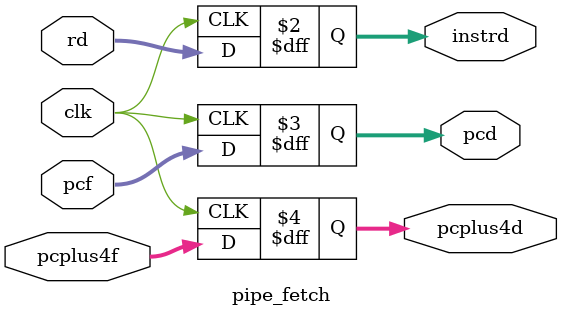
<source format=sv>
module pipe_fetch #(
    parameter  ADDRESS_WIDTH = 32,
            DATA_WIDTH = 32,
            WRITE_WIDTH = 5
              
)(
  
    input logic                         clk,
    input logic [DATA_WIDTH-1:0]        rd,   //the data that comes from instruction memory  
    input logic [ADDRESS_WIDTH-1:0]     pcf,
    input logic [ADDRESS_WIDTH-1:0]     pcplus4f,

    output logic [DATA_WIDTH-1:0]       instrd,    
    output logic [ADDRESS_WIDTH-1:0]    pcd,
    output logic [ADDRESS_WIDTH-1:0]    pcplus4d,

    

); 

always_ff @ (posedge clk)
    begin
        instrd <= rd;
        pcd <= pcf;
        pcplus4d <= pcplus4f;
    end

endmodule

</source>
